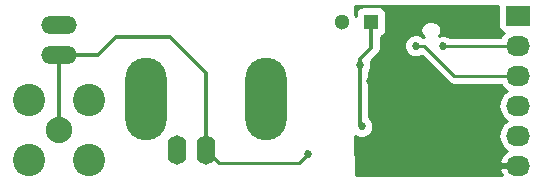
<source format=gbl>
G04 #@! TF.FileFunction,Copper,L2,Bot,Signal*
%FSLAX46Y46*%
G04 Gerber Fmt 4.6, Leading zero omitted, Abs format (unit mm)*
G04 Created by KiCad (PCBNEW 4.0.1-3.201512221402+6198~38~ubuntu14.04.1-stable) date Mon 01 Feb 2016 11:31:49 PM PST*
%MOMM*%
G01*
G04 APERTURE LIST*
%ADD10C,0.100000*%
%ADD11R,2.032000X1.727200*%
%ADD12O,2.032000X1.727200*%
%ADD13C,2.740000*%
%ADD14C,2.240000*%
%ADD15O,3.500120X7.000240*%
%ADD16O,1.600200X2.499360*%
%ADD17R,1.300000X1.300000*%
%ADD18C,1.300000*%
%ADD19O,3.014980X1.506220*%
%ADD20C,0.685800*%
%ADD21C,0.330200*%
%ADD22C,0.254000*%
G04 APERTURE END LIST*
D10*
D11*
X200660000Y-95504000D03*
D12*
X200660000Y-98044000D03*
X200660000Y-100584000D03*
X200660000Y-103124000D03*
X200660000Y-105664000D03*
X200660000Y-108204000D03*
D13*
X159258000Y-107696000D03*
X164338000Y-107696000D03*
X164338000Y-102616000D03*
X159258000Y-102616000D03*
D14*
X161798000Y-105156000D03*
D15*
X169146220Y-102590600D03*
X179344320Y-102590600D03*
D16*
X174244000Y-106855260D03*
X171744640Y-106855260D03*
D17*
X188214000Y-96012000D03*
D18*
X185714000Y-96012000D03*
D19*
X161798000Y-98806000D03*
X161798000Y-96266000D03*
D20*
X187425534Y-104860731D03*
X187248800Y-99669600D03*
X198348600Y-103022400D03*
X188100903Y-101080503D03*
X190423800Y-104140000D03*
X182880000Y-107188000D03*
X194310000Y-98120200D03*
X192003400Y-98058100D03*
D21*
X187248800Y-104698800D02*
X187410731Y-104860731D01*
X187410731Y-104860731D02*
X187425534Y-104860731D01*
X187248800Y-99669600D02*
X187248800Y-104698800D01*
X187248800Y-99184667D02*
X188214000Y-98219467D01*
X188214000Y-98219467D02*
X188214000Y-96012000D01*
X187248800Y-99669600D02*
X187248800Y-99184667D01*
D22*
X175338740Y-107950000D02*
X174244000Y-106855260D01*
X182118000Y-107950000D02*
X175338740Y-107950000D01*
X182880000Y-107188000D02*
X182118000Y-107950000D01*
X182880000Y-107188000D02*
X182880000Y-107188000D01*
X182880000Y-107188000D02*
X182880000Y-107188000D01*
D21*
X161798000Y-105156000D02*
X161798000Y-98806000D01*
X161798000Y-98806000D02*
X165100000Y-98806000D01*
X174244000Y-100330000D02*
X174244000Y-106855260D01*
X171196000Y-97282000D02*
X174244000Y-100330000D01*
X166624000Y-97282000D02*
X171196000Y-97282000D01*
X165100000Y-98806000D02*
X166624000Y-97282000D01*
D22*
X194310000Y-98120200D02*
X200583800Y-98120200D01*
X200583800Y-98120200D02*
X200660000Y-98044000D01*
X192003400Y-98058100D02*
X192723900Y-98058100D01*
X192723900Y-98058100D02*
X195249800Y-100584000D01*
X195249800Y-100584000D02*
X200660000Y-100584000D01*
G36*
X198996560Y-96367600D02*
X199040838Y-96602917D01*
X199179910Y-96819041D01*
X199392110Y-96964031D01*
X199433439Y-96972400D01*
X199415585Y-96984330D01*
X199165773Y-97358200D01*
X194931083Y-97358200D01*
X194864659Y-97291660D01*
X194505370Y-97142470D01*
X194116337Y-97142131D01*
X193975688Y-97200246D01*
X194099596Y-97014805D01*
X194157600Y-96723200D01*
X194099596Y-96431595D01*
X193934415Y-96184385D01*
X193687205Y-96019204D01*
X193395600Y-95961200D01*
X193141600Y-95961200D01*
X192849995Y-96019204D01*
X192602785Y-96184385D01*
X192437604Y-96431595D01*
X192379600Y-96723200D01*
X192437604Y-97014805D01*
X192602785Y-97262015D01*
X192653797Y-97296100D01*
X192624483Y-97296100D01*
X192558059Y-97229560D01*
X192198770Y-97080370D01*
X191809737Y-97080031D01*
X191450188Y-97228593D01*
X191174860Y-97503441D01*
X191025670Y-97862730D01*
X191025331Y-98251763D01*
X191173893Y-98611312D01*
X191448741Y-98886640D01*
X191808030Y-99035830D01*
X192197063Y-99036169D01*
X192499412Y-98911242D01*
X194710985Y-101122815D01*
X194958195Y-101287996D01*
X195249800Y-101346000D01*
X199216688Y-101346000D01*
X199415585Y-101643670D01*
X199730366Y-101854000D01*
X199415585Y-102064330D01*
X199090729Y-102550511D01*
X198976655Y-103124000D01*
X199090729Y-103697489D01*
X199415585Y-104183670D01*
X199730366Y-104394000D01*
X199415585Y-104604330D01*
X199090729Y-105090511D01*
X198976655Y-105664000D01*
X199090729Y-106237489D01*
X199415585Y-106723670D01*
X199725069Y-106930461D01*
X199309268Y-107301964D01*
X199055291Y-107829209D01*
X199052642Y-107844974D01*
X199173783Y-108077000D01*
X200533000Y-108077000D01*
X200533000Y-108057000D01*
X200787000Y-108057000D01*
X200787000Y-108077000D01*
X200807000Y-108077000D01*
X200807000Y-108331000D01*
X200787000Y-108331000D01*
X200787000Y-108351000D01*
X200533000Y-108351000D01*
X200533000Y-108331000D01*
X199173783Y-108331000D01*
X199052642Y-108563026D01*
X199055291Y-108578791D01*
X199266861Y-109018000D01*
X186891977Y-109018000D01*
X186886636Y-105695816D01*
X187230164Y-105838461D01*
X187619197Y-105838800D01*
X187978746Y-105690238D01*
X188254074Y-105415390D01*
X188403264Y-105056101D01*
X188403603Y-104667068D01*
X188255041Y-104307519D01*
X188048900Y-104101018D01*
X188048900Y-100252649D01*
X188077340Y-100224259D01*
X188226530Y-99864970D01*
X188226869Y-99475937D01*
X188186571Y-99378408D01*
X188779756Y-98785223D01*
X188953196Y-98525652D01*
X189014100Y-98219467D01*
X189014100Y-97281197D01*
X189099317Y-97265162D01*
X189315441Y-97126090D01*
X189460431Y-96913890D01*
X189511440Y-96662000D01*
X189511440Y-95362000D01*
X189467162Y-95126683D01*
X189328090Y-94910559D01*
X189115890Y-94765569D01*
X188864000Y-94714560D01*
X187564000Y-94714560D01*
X187328683Y-94758838D01*
X187112559Y-94897910D01*
X186967569Y-95110110D01*
X186916560Y-95362000D01*
X186916560Y-95557460D01*
X186870156Y-95445155D01*
X186868942Y-94690000D01*
X198996560Y-94690000D01*
X198996560Y-96367600D01*
X198996560Y-96367600D01*
G37*
X198996560Y-96367600D02*
X199040838Y-96602917D01*
X199179910Y-96819041D01*
X199392110Y-96964031D01*
X199433439Y-96972400D01*
X199415585Y-96984330D01*
X199165773Y-97358200D01*
X194931083Y-97358200D01*
X194864659Y-97291660D01*
X194505370Y-97142470D01*
X194116337Y-97142131D01*
X193975688Y-97200246D01*
X194099596Y-97014805D01*
X194157600Y-96723200D01*
X194099596Y-96431595D01*
X193934415Y-96184385D01*
X193687205Y-96019204D01*
X193395600Y-95961200D01*
X193141600Y-95961200D01*
X192849995Y-96019204D01*
X192602785Y-96184385D01*
X192437604Y-96431595D01*
X192379600Y-96723200D01*
X192437604Y-97014805D01*
X192602785Y-97262015D01*
X192653797Y-97296100D01*
X192624483Y-97296100D01*
X192558059Y-97229560D01*
X192198770Y-97080370D01*
X191809737Y-97080031D01*
X191450188Y-97228593D01*
X191174860Y-97503441D01*
X191025670Y-97862730D01*
X191025331Y-98251763D01*
X191173893Y-98611312D01*
X191448741Y-98886640D01*
X191808030Y-99035830D01*
X192197063Y-99036169D01*
X192499412Y-98911242D01*
X194710985Y-101122815D01*
X194958195Y-101287996D01*
X195249800Y-101346000D01*
X199216688Y-101346000D01*
X199415585Y-101643670D01*
X199730366Y-101854000D01*
X199415585Y-102064330D01*
X199090729Y-102550511D01*
X198976655Y-103124000D01*
X199090729Y-103697489D01*
X199415585Y-104183670D01*
X199730366Y-104394000D01*
X199415585Y-104604330D01*
X199090729Y-105090511D01*
X198976655Y-105664000D01*
X199090729Y-106237489D01*
X199415585Y-106723670D01*
X199725069Y-106930461D01*
X199309268Y-107301964D01*
X199055291Y-107829209D01*
X199052642Y-107844974D01*
X199173783Y-108077000D01*
X200533000Y-108077000D01*
X200533000Y-108057000D01*
X200787000Y-108057000D01*
X200787000Y-108077000D01*
X200807000Y-108077000D01*
X200807000Y-108331000D01*
X200787000Y-108331000D01*
X200787000Y-108351000D01*
X200533000Y-108351000D01*
X200533000Y-108331000D01*
X199173783Y-108331000D01*
X199052642Y-108563026D01*
X199055291Y-108578791D01*
X199266861Y-109018000D01*
X186891977Y-109018000D01*
X186886636Y-105695816D01*
X187230164Y-105838461D01*
X187619197Y-105838800D01*
X187978746Y-105690238D01*
X188254074Y-105415390D01*
X188403264Y-105056101D01*
X188403603Y-104667068D01*
X188255041Y-104307519D01*
X188048900Y-104101018D01*
X188048900Y-100252649D01*
X188077340Y-100224259D01*
X188226530Y-99864970D01*
X188226869Y-99475937D01*
X188186571Y-99378408D01*
X188779756Y-98785223D01*
X188953196Y-98525652D01*
X189014100Y-98219467D01*
X189014100Y-97281197D01*
X189099317Y-97265162D01*
X189315441Y-97126090D01*
X189460431Y-96913890D01*
X189511440Y-96662000D01*
X189511440Y-95362000D01*
X189467162Y-95126683D01*
X189328090Y-94910559D01*
X189115890Y-94765569D01*
X188864000Y-94714560D01*
X187564000Y-94714560D01*
X187328683Y-94758838D01*
X187112559Y-94897910D01*
X186967569Y-95110110D01*
X186916560Y-95362000D01*
X186916560Y-95557460D01*
X186870156Y-95445155D01*
X186868942Y-94690000D01*
X198996560Y-94690000D01*
X198996560Y-96367600D01*
M02*

</source>
